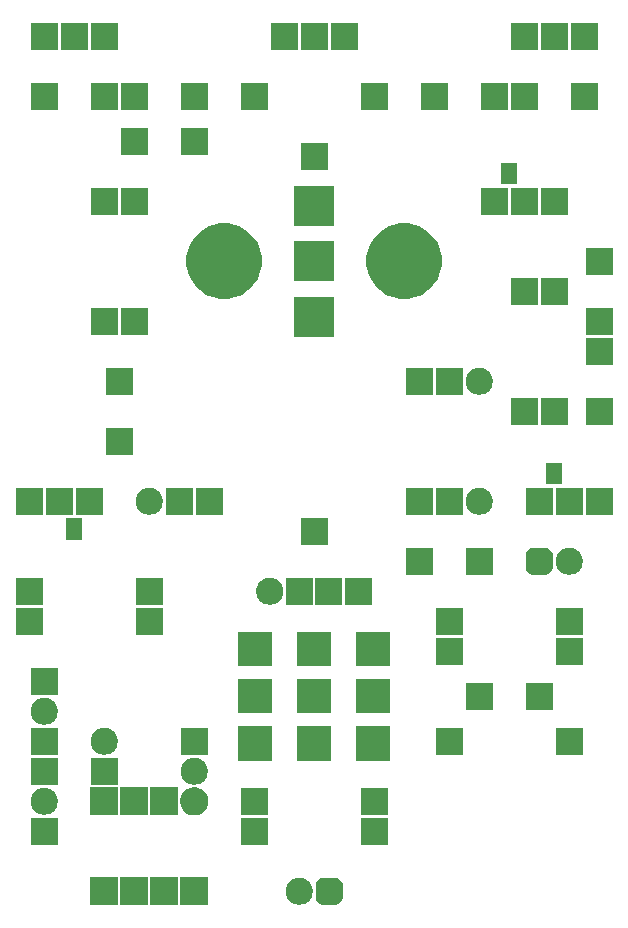
<source format=gbr>
G04 #@! TF.GenerationSoftware,KiCad,Pcbnew,5.1.6-c6e7f7d~87~ubuntu19.10.1*
G04 #@! TF.CreationDate,2022-01-09T06:01:27+06:00*
G04 #@! TF.ProjectId,edamamer_r1a,6564616d-616d-4657-925f-7231612e6b69,1A*
G04 #@! TF.SameCoordinates,Original*
G04 #@! TF.FileFunction,Soldermask,Top*
G04 #@! TF.FilePolarity,Negative*
%FSLAX46Y46*%
G04 Gerber Fmt 4.6, Leading zero omitted, Abs format (unit mm)*
G04 Created by KiCad (PCBNEW 5.1.6-c6e7f7d~87~ubuntu19.10.1) date 2022-01-09 06:01:27*
%MOMM*%
%LPD*%
G01*
G04 APERTURE LIST*
%ADD10C,0.100000*%
G04 APERTURE END LIST*
D10*
G36*
X96450000Y-201860000D02*
G01*
X94050000Y-201860000D01*
X94050000Y-199460000D01*
X96450000Y-199460000D01*
X96450000Y-201860000D01*
G37*
G36*
X93910000Y-201860000D02*
G01*
X91510000Y-201860000D01*
X91510000Y-199460000D01*
X93910000Y-199460000D01*
X93910000Y-201860000D01*
G37*
G36*
X91370000Y-201860000D02*
G01*
X88970000Y-201860000D01*
X88970000Y-199460000D01*
X91370000Y-199460000D01*
X91370000Y-201860000D01*
G37*
G36*
X88830000Y-201860000D02*
G01*
X86430000Y-201860000D01*
X86430000Y-199460000D01*
X88830000Y-199460000D01*
X88830000Y-201860000D01*
G37*
G36*
X107290663Y-199523111D02*
G01*
X107416307Y-199561225D01*
X107532096Y-199623115D01*
X107633590Y-199706410D01*
X107716885Y-199807904D01*
X107778775Y-199923693D01*
X107816889Y-200049337D01*
X107830000Y-200182454D01*
X107830000Y-201137546D01*
X107816889Y-201270663D01*
X107778775Y-201396307D01*
X107716885Y-201512096D01*
X107633590Y-201613590D01*
X107532096Y-201696885D01*
X107416307Y-201758775D01*
X107290663Y-201796889D01*
X107157546Y-201810000D01*
X106202454Y-201810000D01*
X106069337Y-201796889D01*
X105943693Y-201758775D01*
X105827904Y-201696885D01*
X105726410Y-201613590D01*
X105643115Y-201512096D01*
X105581225Y-201396307D01*
X105543111Y-201270663D01*
X105530000Y-201137546D01*
X105530000Y-200182454D01*
X105543111Y-200049337D01*
X105581225Y-199923693D01*
X105643115Y-199807904D01*
X105726410Y-199706410D01*
X105827904Y-199623115D01*
X105943693Y-199561225D01*
X106069337Y-199523111D01*
X106202454Y-199510000D01*
X107157546Y-199510000D01*
X107290663Y-199523111D01*
G37*
G36*
X104364354Y-199532097D02*
G01*
X104475443Y-199554194D01*
X104598039Y-199604976D01*
X104684728Y-199640883D01*
X104873081Y-199766736D01*
X105033264Y-199926919D01*
X105159117Y-200115272D01*
X105194212Y-200200000D01*
X105245806Y-200324557D01*
X105290000Y-200546735D01*
X105290000Y-200773265D01*
X105245806Y-200995443D01*
X105195024Y-201118039D01*
X105159117Y-201204728D01*
X105033264Y-201393081D01*
X104873081Y-201553264D01*
X104684728Y-201679117D01*
X104598039Y-201715024D01*
X104475443Y-201765806D01*
X104364354Y-201787903D01*
X104253267Y-201810000D01*
X104026733Y-201810000D01*
X103915646Y-201787903D01*
X103804557Y-201765806D01*
X103681961Y-201715024D01*
X103595272Y-201679117D01*
X103406919Y-201553264D01*
X103246736Y-201393081D01*
X103120883Y-201204728D01*
X103084976Y-201118039D01*
X103034194Y-200995443D01*
X102990000Y-200773265D01*
X102990000Y-200546735D01*
X103034194Y-200324557D01*
X103085788Y-200200000D01*
X103120883Y-200115272D01*
X103246736Y-199926919D01*
X103406919Y-199766736D01*
X103595272Y-199640883D01*
X103681961Y-199604976D01*
X103804557Y-199554194D01*
X103915646Y-199532097D01*
X104026733Y-199510000D01*
X104253267Y-199510000D01*
X104364354Y-199532097D01*
G37*
G36*
X101480000Y-196730000D02*
G01*
X99180000Y-196730000D01*
X99180000Y-194430000D01*
X101480000Y-194430000D01*
X101480000Y-196730000D01*
G37*
G36*
X83700000Y-196730000D02*
G01*
X81400000Y-196730000D01*
X81400000Y-194430000D01*
X83700000Y-194430000D01*
X83700000Y-196730000D01*
G37*
G36*
X111640000Y-196730000D02*
G01*
X109340000Y-196730000D01*
X109340000Y-194430000D01*
X111640000Y-194430000D01*
X111640000Y-196730000D01*
G37*
G36*
X93910000Y-194240000D02*
G01*
X91510000Y-194240000D01*
X91510000Y-191840000D01*
X93910000Y-191840000D01*
X93910000Y-194240000D01*
G37*
G36*
X91370000Y-194240000D02*
G01*
X88970000Y-194240000D01*
X88970000Y-191840000D01*
X91370000Y-191840000D01*
X91370000Y-194240000D01*
G37*
G36*
X88830000Y-194240000D02*
G01*
X86430000Y-194240000D01*
X86430000Y-191840000D01*
X88830000Y-191840000D01*
X88830000Y-194240000D01*
G37*
G36*
X95600025Y-191886115D02*
G01*
X95818411Y-191976573D01*
X95818413Y-191976574D01*
X96014955Y-192107899D01*
X96182101Y-192275045D01*
X96203398Y-192306919D01*
X96313426Y-192471587D01*
X96403885Y-192689975D01*
X96450000Y-192921809D01*
X96450000Y-193158190D01*
X96403885Y-193390025D01*
X96403884Y-193390027D01*
X96313426Y-193608413D01*
X96182101Y-193804955D01*
X96014955Y-193972101D01*
X95818413Y-194103426D01*
X95818412Y-194103427D01*
X95818411Y-194103427D01*
X95600025Y-194193885D01*
X95368191Y-194240000D01*
X95131809Y-194240000D01*
X94899975Y-194193885D01*
X94681589Y-194103427D01*
X94681588Y-194103427D01*
X94681587Y-194103426D01*
X94485045Y-193972101D01*
X94317899Y-193804955D01*
X94186574Y-193608413D01*
X94096116Y-193390027D01*
X94096115Y-193390025D01*
X94050000Y-193158190D01*
X94050000Y-192921809D01*
X94096115Y-192689975D01*
X94186574Y-192471587D01*
X94296602Y-192306919D01*
X94317899Y-192275045D01*
X94485045Y-192107899D01*
X94681587Y-191976574D01*
X94681589Y-191976573D01*
X94899975Y-191886115D01*
X95131809Y-191840000D01*
X95368191Y-191840000D01*
X95600025Y-191886115D01*
G37*
G36*
X111640000Y-194190000D02*
G01*
X109340000Y-194190000D01*
X109340000Y-191890000D01*
X111640000Y-191890000D01*
X111640000Y-194190000D01*
G37*
G36*
X101480000Y-194190000D02*
G01*
X99180000Y-194190000D01*
X99180000Y-191890000D01*
X101480000Y-191890000D01*
X101480000Y-194190000D01*
G37*
G36*
X82774354Y-191912097D02*
G01*
X82885443Y-191934194D01*
X82987754Y-191976573D01*
X83094728Y-192020883D01*
X83283081Y-192146736D01*
X83443264Y-192306919D01*
X83569117Y-192495272D01*
X83605024Y-192581961D01*
X83655806Y-192704557D01*
X83655806Y-192704559D01*
X83700000Y-192926733D01*
X83700000Y-193153267D01*
X83677903Y-193264354D01*
X83655806Y-193375443D01*
X83605024Y-193498039D01*
X83569117Y-193584728D01*
X83443264Y-193773081D01*
X83283081Y-193933264D01*
X83094728Y-194059117D01*
X83008039Y-194095024D01*
X82885443Y-194145806D01*
X82774354Y-194167903D01*
X82663267Y-194190000D01*
X82436733Y-194190000D01*
X82325646Y-194167903D01*
X82214557Y-194145806D01*
X82091961Y-194095024D01*
X82005272Y-194059117D01*
X81816919Y-193933264D01*
X81656736Y-193773081D01*
X81530883Y-193584728D01*
X81494976Y-193498039D01*
X81444194Y-193375443D01*
X81422097Y-193264354D01*
X81400000Y-193153267D01*
X81400000Y-192926733D01*
X81444194Y-192704559D01*
X81444194Y-192704557D01*
X81494976Y-192581961D01*
X81530883Y-192495272D01*
X81656736Y-192306919D01*
X81816919Y-192146736D01*
X82005272Y-192020883D01*
X82112246Y-191976573D01*
X82214557Y-191934194D01*
X82325646Y-191912097D01*
X82436733Y-191890000D01*
X82663267Y-191890000D01*
X82774354Y-191912097D01*
G37*
G36*
X88780000Y-191650000D02*
G01*
X86480000Y-191650000D01*
X86480000Y-189350000D01*
X88780000Y-189350000D01*
X88780000Y-191650000D01*
G37*
G36*
X95474354Y-189372097D02*
G01*
X95585443Y-189394194D01*
X95708039Y-189444976D01*
X95794728Y-189480883D01*
X95983081Y-189606736D01*
X96143264Y-189766919D01*
X96269117Y-189955272D01*
X96305024Y-190041961D01*
X96355806Y-190164557D01*
X96400000Y-190386735D01*
X96400000Y-190613265D01*
X96355806Y-190835443D01*
X96305024Y-190958039D01*
X96269117Y-191044728D01*
X96143264Y-191233081D01*
X95983081Y-191393264D01*
X95794728Y-191519117D01*
X95708039Y-191555024D01*
X95585443Y-191605806D01*
X95474354Y-191627903D01*
X95363267Y-191650000D01*
X95136733Y-191650000D01*
X95025646Y-191627903D01*
X94914557Y-191605806D01*
X94791961Y-191555024D01*
X94705272Y-191519117D01*
X94516919Y-191393264D01*
X94356736Y-191233081D01*
X94230883Y-191044728D01*
X94194976Y-190958039D01*
X94144194Y-190835443D01*
X94100000Y-190613265D01*
X94100000Y-190386735D01*
X94144194Y-190164557D01*
X94194976Y-190041961D01*
X94230883Y-189955272D01*
X94356736Y-189766919D01*
X94516919Y-189606736D01*
X94705272Y-189480883D01*
X94791961Y-189444976D01*
X94914557Y-189394194D01*
X95025646Y-189372097D01*
X95136733Y-189350000D01*
X95363267Y-189350000D01*
X95474354Y-189372097D01*
G37*
G36*
X83700000Y-191650000D02*
G01*
X81400000Y-191650000D01*
X81400000Y-189350000D01*
X83700000Y-189350000D01*
X83700000Y-191650000D01*
G37*
G36*
X111860000Y-189600000D02*
G01*
X108960000Y-189600000D01*
X108960000Y-186700000D01*
X111860000Y-186700000D01*
X111860000Y-189600000D01*
G37*
G36*
X106860000Y-189600000D02*
G01*
X103960000Y-189600000D01*
X103960000Y-186700000D01*
X106860000Y-186700000D01*
X106860000Y-189600000D01*
G37*
G36*
X101860000Y-189600000D02*
G01*
X98960000Y-189600000D01*
X98960000Y-186700000D01*
X101860000Y-186700000D01*
X101860000Y-189600000D01*
G37*
G36*
X128150000Y-189110000D02*
G01*
X125850000Y-189110000D01*
X125850000Y-186810000D01*
X128150000Y-186810000D01*
X128150000Y-189110000D01*
G37*
G36*
X96400000Y-189110000D02*
G01*
X94100000Y-189110000D01*
X94100000Y-186810000D01*
X96400000Y-186810000D01*
X96400000Y-189110000D01*
G37*
G36*
X87854354Y-186832097D02*
G01*
X87965443Y-186854194D01*
X88088039Y-186904976D01*
X88174728Y-186940883D01*
X88363081Y-187066736D01*
X88523264Y-187226919D01*
X88649117Y-187415272D01*
X88685024Y-187501961D01*
X88735806Y-187624557D01*
X88780000Y-187846735D01*
X88780000Y-188073265D01*
X88735806Y-188295443D01*
X88685024Y-188418039D01*
X88649117Y-188504728D01*
X88523264Y-188693081D01*
X88363081Y-188853264D01*
X88174728Y-188979117D01*
X88088039Y-189015024D01*
X87965443Y-189065806D01*
X87854354Y-189087903D01*
X87743267Y-189110000D01*
X87516733Y-189110000D01*
X87405646Y-189087903D01*
X87294557Y-189065806D01*
X87171961Y-189015024D01*
X87085272Y-188979117D01*
X86896919Y-188853264D01*
X86736736Y-188693081D01*
X86610883Y-188504728D01*
X86574976Y-188418039D01*
X86524194Y-188295443D01*
X86480000Y-188073265D01*
X86480000Y-187846735D01*
X86524194Y-187624557D01*
X86574976Y-187501961D01*
X86610883Y-187415272D01*
X86736736Y-187226919D01*
X86896919Y-187066736D01*
X87085272Y-186940883D01*
X87171961Y-186904976D01*
X87294557Y-186854194D01*
X87405646Y-186832097D01*
X87516733Y-186810000D01*
X87743267Y-186810000D01*
X87854354Y-186832097D01*
G37*
G36*
X117990000Y-189110000D02*
G01*
X115690000Y-189110000D01*
X115690000Y-186810000D01*
X117990000Y-186810000D01*
X117990000Y-189110000D01*
G37*
G36*
X83700000Y-189110000D02*
G01*
X81400000Y-189110000D01*
X81400000Y-186810000D01*
X83700000Y-186810000D01*
X83700000Y-189110000D01*
G37*
G36*
X82774354Y-184292097D02*
G01*
X82885443Y-184314194D01*
X83008039Y-184364976D01*
X83094728Y-184400883D01*
X83283081Y-184526736D01*
X83443264Y-184686919D01*
X83569117Y-184875272D01*
X83605024Y-184961961D01*
X83655806Y-185084557D01*
X83655806Y-185084559D01*
X83698661Y-185300000D01*
X83700000Y-185306735D01*
X83700000Y-185533265D01*
X83655806Y-185755443D01*
X83605024Y-185878039D01*
X83569117Y-185964728D01*
X83443264Y-186153081D01*
X83283081Y-186313264D01*
X83094728Y-186439117D01*
X83008039Y-186475024D01*
X82885443Y-186525806D01*
X82774354Y-186547903D01*
X82663267Y-186570000D01*
X82436733Y-186570000D01*
X82325646Y-186547903D01*
X82214557Y-186525806D01*
X82091961Y-186475024D01*
X82005272Y-186439117D01*
X81816919Y-186313264D01*
X81656736Y-186153081D01*
X81530883Y-185964728D01*
X81494976Y-185878039D01*
X81444194Y-185755443D01*
X81400000Y-185533265D01*
X81400000Y-185306735D01*
X81401340Y-185300000D01*
X81444194Y-185084559D01*
X81444194Y-185084557D01*
X81494976Y-184961961D01*
X81530883Y-184875272D01*
X81656736Y-184686919D01*
X81816919Y-184526736D01*
X82005272Y-184400883D01*
X82091961Y-184364976D01*
X82214557Y-184314194D01*
X82325646Y-184292097D01*
X82436733Y-184270000D01*
X82663267Y-184270000D01*
X82774354Y-184292097D01*
G37*
G36*
X111860000Y-185600000D02*
G01*
X108960000Y-185600000D01*
X108960000Y-182700000D01*
X111860000Y-182700000D01*
X111860000Y-185600000D01*
G37*
G36*
X106860000Y-185600000D02*
G01*
X103960000Y-185600000D01*
X103960000Y-182700000D01*
X106860000Y-182700000D01*
X106860000Y-185600000D01*
G37*
G36*
X101860000Y-185600000D02*
G01*
X98960000Y-185600000D01*
X98960000Y-182700000D01*
X101860000Y-182700000D01*
X101860000Y-185600000D01*
G37*
G36*
X120530000Y-185300000D02*
G01*
X118230000Y-185300000D01*
X118230000Y-183000000D01*
X120530000Y-183000000D01*
X120530000Y-185300000D01*
G37*
G36*
X125610000Y-185300000D02*
G01*
X123310000Y-185300000D01*
X123310000Y-183000000D01*
X125610000Y-183000000D01*
X125610000Y-185300000D01*
G37*
G36*
X83700000Y-184030000D02*
G01*
X81400000Y-184030000D01*
X81400000Y-181730000D01*
X83700000Y-181730000D01*
X83700000Y-184030000D01*
G37*
G36*
X101860000Y-181600000D02*
G01*
X98960000Y-181600000D01*
X98960000Y-178700000D01*
X101860000Y-178700000D01*
X101860000Y-181600000D01*
G37*
G36*
X111860000Y-181600000D02*
G01*
X108960000Y-181600000D01*
X108960000Y-178700000D01*
X111860000Y-178700000D01*
X111860000Y-181600000D01*
G37*
G36*
X106860000Y-181600000D02*
G01*
X103960000Y-181600000D01*
X103960000Y-178700000D01*
X106860000Y-178700000D01*
X106860000Y-181600000D01*
G37*
G36*
X128150000Y-181490000D02*
G01*
X125850000Y-181490000D01*
X125850000Y-179190000D01*
X128150000Y-179190000D01*
X128150000Y-181490000D01*
G37*
G36*
X117990000Y-181490000D02*
G01*
X115690000Y-181490000D01*
X115690000Y-179190000D01*
X117990000Y-179190000D01*
X117990000Y-181490000D01*
G37*
G36*
X82430000Y-178950000D02*
G01*
X80130000Y-178950000D01*
X80130000Y-176650000D01*
X82430000Y-176650000D01*
X82430000Y-178950000D01*
G37*
G36*
X92590000Y-178950000D02*
G01*
X90290000Y-178950000D01*
X90290000Y-176650000D01*
X92590000Y-176650000D01*
X92590000Y-178950000D01*
G37*
G36*
X128150000Y-178950000D02*
G01*
X125850000Y-178950000D01*
X125850000Y-176650000D01*
X128150000Y-176650000D01*
X128150000Y-178950000D01*
G37*
G36*
X117990000Y-178950000D02*
G01*
X115690000Y-178950000D01*
X115690000Y-176650000D01*
X117990000Y-176650000D01*
X117990000Y-178950000D01*
G37*
G36*
X82430000Y-176410000D02*
G01*
X80130000Y-176410000D01*
X80130000Y-174110000D01*
X82430000Y-174110000D01*
X82430000Y-176410000D01*
G37*
G36*
X107810000Y-176410000D02*
G01*
X105510000Y-176410000D01*
X105510000Y-174110000D01*
X107810000Y-174110000D01*
X107810000Y-176410000D01*
G37*
G36*
X105310000Y-176410000D02*
G01*
X103010000Y-176410000D01*
X103010000Y-174110000D01*
X105310000Y-174110000D01*
X105310000Y-176410000D01*
G37*
G36*
X101884354Y-174132097D02*
G01*
X101995443Y-174154194D01*
X102118039Y-174204976D01*
X102204728Y-174240883D01*
X102393081Y-174366736D01*
X102553264Y-174526919D01*
X102679117Y-174715272D01*
X102715024Y-174801961D01*
X102765806Y-174924557D01*
X102810000Y-175146735D01*
X102810000Y-175373265D01*
X102765806Y-175595443D01*
X102715024Y-175718039D01*
X102679117Y-175804728D01*
X102553264Y-175993081D01*
X102393081Y-176153264D01*
X102204728Y-176279117D01*
X102118039Y-176315024D01*
X101995443Y-176365806D01*
X101884354Y-176387903D01*
X101773267Y-176410000D01*
X101546733Y-176410000D01*
X101435646Y-176387903D01*
X101324557Y-176365806D01*
X101201961Y-176315024D01*
X101115272Y-176279117D01*
X100926919Y-176153264D01*
X100766736Y-175993081D01*
X100640883Y-175804728D01*
X100604976Y-175718039D01*
X100554194Y-175595443D01*
X100510000Y-175373265D01*
X100510000Y-175146735D01*
X100554194Y-174924557D01*
X100604976Y-174801961D01*
X100640883Y-174715272D01*
X100766736Y-174526919D01*
X100926919Y-174366736D01*
X101115272Y-174240883D01*
X101201961Y-174204976D01*
X101324557Y-174154194D01*
X101435646Y-174132097D01*
X101546733Y-174110000D01*
X101773267Y-174110000D01*
X101884354Y-174132097D01*
G37*
G36*
X92590000Y-176410000D02*
G01*
X90290000Y-176410000D01*
X90290000Y-174110000D01*
X92590000Y-174110000D01*
X92590000Y-176410000D01*
G37*
G36*
X110310000Y-176410000D02*
G01*
X108010000Y-176410000D01*
X108010000Y-174110000D01*
X110310000Y-174110000D01*
X110310000Y-176410000D01*
G37*
G36*
X120530000Y-173870000D02*
G01*
X118230000Y-173870000D01*
X118230000Y-171570000D01*
X120530000Y-171570000D01*
X120530000Y-173870000D01*
G37*
G36*
X115450000Y-173870000D02*
G01*
X113150000Y-173870000D01*
X113150000Y-171570000D01*
X115450000Y-171570000D01*
X115450000Y-173870000D01*
G37*
G36*
X127224354Y-171592097D02*
G01*
X127335443Y-171614194D01*
X127458039Y-171664976D01*
X127544728Y-171700883D01*
X127733081Y-171826736D01*
X127893264Y-171986919D01*
X128019117Y-172175272D01*
X128054212Y-172260000D01*
X128105806Y-172384557D01*
X128150000Y-172606735D01*
X128150000Y-172833265D01*
X128105806Y-173055443D01*
X128055024Y-173178039D01*
X128019117Y-173264728D01*
X127893264Y-173453081D01*
X127733081Y-173613264D01*
X127544728Y-173739117D01*
X127458039Y-173775024D01*
X127335443Y-173825806D01*
X127224354Y-173847903D01*
X127113267Y-173870000D01*
X126886733Y-173870000D01*
X126775646Y-173847903D01*
X126664557Y-173825806D01*
X126541961Y-173775024D01*
X126455272Y-173739117D01*
X126266919Y-173613264D01*
X126106736Y-173453081D01*
X125980883Y-173264728D01*
X125944976Y-173178039D01*
X125894194Y-173055443D01*
X125850000Y-172833265D01*
X125850000Y-172606735D01*
X125894194Y-172384557D01*
X125945788Y-172260000D01*
X125980883Y-172175272D01*
X126106736Y-171986919D01*
X126266919Y-171826736D01*
X126455272Y-171700883D01*
X126541961Y-171664976D01*
X126664557Y-171614194D01*
X126775646Y-171592097D01*
X126886733Y-171570000D01*
X127113267Y-171570000D01*
X127224354Y-171592097D01*
G37*
G36*
X125070663Y-171583111D02*
G01*
X125196307Y-171621225D01*
X125312096Y-171683115D01*
X125413590Y-171766410D01*
X125496885Y-171867904D01*
X125558775Y-171983693D01*
X125596889Y-172109337D01*
X125610000Y-172242454D01*
X125610000Y-173197546D01*
X125596889Y-173330663D01*
X125558775Y-173456307D01*
X125496885Y-173572096D01*
X125413590Y-173673590D01*
X125312096Y-173756885D01*
X125196307Y-173818775D01*
X125070663Y-173856889D01*
X124937546Y-173870000D01*
X123982454Y-173870000D01*
X123849337Y-173856889D01*
X123723693Y-173818775D01*
X123607904Y-173756885D01*
X123506410Y-173673590D01*
X123423115Y-173572096D01*
X123361225Y-173456307D01*
X123323111Y-173330663D01*
X123310000Y-173197546D01*
X123310000Y-172242454D01*
X123323111Y-172109337D01*
X123361225Y-171983693D01*
X123423115Y-171867904D01*
X123506410Y-171766410D01*
X123607904Y-171683115D01*
X123723693Y-171621225D01*
X123849337Y-171583111D01*
X123982454Y-171570000D01*
X124937546Y-171570000D01*
X125070663Y-171583111D01*
G37*
G36*
X106560000Y-171330000D02*
G01*
X104260000Y-171330000D01*
X104260000Y-169030000D01*
X106560000Y-169030000D01*
X106560000Y-171330000D01*
G37*
G36*
X85790000Y-170910000D02*
G01*
X84390000Y-170910000D01*
X84390000Y-169110000D01*
X85790000Y-169110000D01*
X85790000Y-170910000D01*
G37*
G36*
X97670000Y-168790000D02*
G01*
X95370000Y-168790000D01*
X95370000Y-166490000D01*
X97670000Y-166490000D01*
X97670000Y-168790000D01*
G37*
G36*
X95130000Y-168790000D02*
G01*
X92830000Y-168790000D01*
X92830000Y-166490000D01*
X95130000Y-166490000D01*
X95130000Y-168790000D01*
G37*
G36*
X119604354Y-166512097D02*
G01*
X119715443Y-166534194D01*
X119838039Y-166584976D01*
X119924728Y-166620883D01*
X120113081Y-166746736D01*
X120273264Y-166906919D01*
X120399117Y-167095272D01*
X120435024Y-167181961D01*
X120485806Y-167304557D01*
X120530000Y-167526735D01*
X120530000Y-167753265D01*
X120485806Y-167975443D01*
X120435024Y-168098039D01*
X120399117Y-168184728D01*
X120273264Y-168373081D01*
X120113081Y-168533264D01*
X119924728Y-168659117D01*
X119838039Y-168695024D01*
X119715443Y-168745806D01*
X119604354Y-168767903D01*
X119493267Y-168790000D01*
X119266733Y-168790000D01*
X119155646Y-168767903D01*
X119044557Y-168745806D01*
X118921961Y-168695024D01*
X118835272Y-168659117D01*
X118646919Y-168533264D01*
X118486736Y-168373081D01*
X118360883Y-168184728D01*
X118324976Y-168098039D01*
X118274194Y-167975443D01*
X118230000Y-167753265D01*
X118230000Y-167526735D01*
X118274194Y-167304557D01*
X118324976Y-167181961D01*
X118360883Y-167095272D01*
X118486736Y-166906919D01*
X118646919Y-166746736D01*
X118835272Y-166620883D01*
X118921961Y-166584976D01*
X119044557Y-166534194D01*
X119155646Y-166512097D01*
X119266733Y-166490000D01*
X119493267Y-166490000D01*
X119604354Y-166512097D01*
G37*
G36*
X117990000Y-168790000D02*
G01*
X115690000Y-168790000D01*
X115690000Y-166490000D01*
X117990000Y-166490000D01*
X117990000Y-168790000D01*
G37*
G36*
X115450000Y-168790000D02*
G01*
X113150000Y-168790000D01*
X113150000Y-166490000D01*
X115450000Y-166490000D01*
X115450000Y-168790000D01*
G37*
G36*
X82430000Y-168790000D02*
G01*
X80130000Y-168790000D01*
X80130000Y-166490000D01*
X82430000Y-166490000D01*
X82430000Y-168790000D01*
G37*
G36*
X125610000Y-168790000D02*
G01*
X123310000Y-168790000D01*
X123310000Y-166490000D01*
X125610000Y-166490000D01*
X125610000Y-168790000D01*
G37*
G36*
X130690000Y-168790000D02*
G01*
X128390000Y-168790000D01*
X128390000Y-166490000D01*
X130690000Y-166490000D01*
X130690000Y-168790000D01*
G37*
G36*
X84970000Y-168790000D02*
G01*
X82670000Y-168790000D01*
X82670000Y-166490000D01*
X84970000Y-166490000D01*
X84970000Y-168790000D01*
G37*
G36*
X87510000Y-168790000D02*
G01*
X85210000Y-168790000D01*
X85210000Y-166490000D01*
X87510000Y-166490000D01*
X87510000Y-168790000D01*
G37*
G36*
X128150000Y-168790000D02*
G01*
X125850000Y-168790000D01*
X125850000Y-166490000D01*
X128150000Y-166490000D01*
X128150000Y-168790000D01*
G37*
G36*
X91664354Y-166512097D02*
G01*
X91775443Y-166534194D01*
X91898039Y-166584976D01*
X91984728Y-166620883D01*
X92173081Y-166746736D01*
X92333264Y-166906919D01*
X92459117Y-167095272D01*
X92495024Y-167181961D01*
X92545806Y-167304557D01*
X92590000Y-167526735D01*
X92590000Y-167753265D01*
X92545806Y-167975443D01*
X92495024Y-168098039D01*
X92459117Y-168184728D01*
X92333264Y-168373081D01*
X92173081Y-168533264D01*
X91984728Y-168659117D01*
X91898039Y-168695024D01*
X91775443Y-168745806D01*
X91664354Y-168767903D01*
X91553267Y-168790000D01*
X91326733Y-168790000D01*
X91215646Y-168767903D01*
X91104557Y-168745806D01*
X90981961Y-168695024D01*
X90895272Y-168659117D01*
X90706919Y-168533264D01*
X90546736Y-168373081D01*
X90420883Y-168184728D01*
X90384976Y-168098039D01*
X90334194Y-167975443D01*
X90290000Y-167753265D01*
X90290000Y-167526735D01*
X90334194Y-167304557D01*
X90384976Y-167181961D01*
X90420883Y-167095272D01*
X90546736Y-166906919D01*
X90706919Y-166746736D01*
X90895272Y-166620883D01*
X90981961Y-166584976D01*
X91104557Y-166534194D01*
X91215646Y-166512097D01*
X91326733Y-166490000D01*
X91553267Y-166490000D01*
X91664354Y-166512097D01*
G37*
G36*
X126430000Y-166170000D02*
G01*
X125030000Y-166170000D01*
X125030000Y-164370000D01*
X126430000Y-164370000D01*
X126430000Y-166170000D01*
G37*
G36*
X90050000Y-163710000D02*
G01*
X87750000Y-163710000D01*
X87750000Y-161410000D01*
X90050000Y-161410000D01*
X90050000Y-163710000D01*
G37*
G36*
X130690000Y-161170000D02*
G01*
X128390000Y-161170000D01*
X128390000Y-158870000D01*
X130690000Y-158870000D01*
X130690000Y-161170000D01*
G37*
G36*
X126880000Y-161170000D02*
G01*
X124580000Y-161170000D01*
X124580000Y-158870000D01*
X126880000Y-158870000D01*
X126880000Y-161170000D01*
G37*
G36*
X124340000Y-161170000D02*
G01*
X122040000Y-161170000D01*
X122040000Y-158870000D01*
X124340000Y-158870000D01*
X124340000Y-161170000D01*
G37*
G36*
X90050000Y-158630000D02*
G01*
X87750000Y-158630000D01*
X87750000Y-156330000D01*
X90050000Y-156330000D01*
X90050000Y-158630000D01*
G37*
G36*
X115450000Y-158630000D02*
G01*
X113150000Y-158630000D01*
X113150000Y-156330000D01*
X115450000Y-156330000D01*
X115450000Y-158630000D01*
G37*
G36*
X117990000Y-158630000D02*
G01*
X115690000Y-158630000D01*
X115690000Y-156330000D01*
X117990000Y-156330000D01*
X117990000Y-158630000D01*
G37*
G36*
X119604354Y-156352097D02*
G01*
X119715443Y-156374194D01*
X119838039Y-156424976D01*
X119924728Y-156460883D01*
X120113081Y-156586736D01*
X120273264Y-156746919D01*
X120399117Y-156935272D01*
X120435024Y-157021961D01*
X120485806Y-157144557D01*
X120530000Y-157366735D01*
X120530000Y-157593265D01*
X120485806Y-157815443D01*
X120435024Y-157938039D01*
X120399117Y-158024728D01*
X120273264Y-158213081D01*
X120113081Y-158373264D01*
X119924728Y-158499117D01*
X119838039Y-158535024D01*
X119715443Y-158585806D01*
X119604354Y-158607903D01*
X119493267Y-158630000D01*
X119266733Y-158630000D01*
X119155646Y-158607903D01*
X119044557Y-158585806D01*
X118921961Y-158535024D01*
X118835272Y-158499117D01*
X118646919Y-158373264D01*
X118486736Y-158213081D01*
X118360883Y-158024728D01*
X118324976Y-157938039D01*
X118274194Y-157815443D01*
X118230000Y-157593265D01*
X118230000Y-157366735D01*
X118274194Y-157144557D01*
X118324976Y-157021961D01*
X118360883Y-156935272D01*
X118486736Y-156746919D01*
X118646919Y-156586736D01*
X118835272Y-156460883D01*
X118921961Y-156424976D01*
X119044557Y-156374194D01*
X119155646Y-156352097D01*
X119266733Y-156330000D01*
X119493267Y-156330000D01*
X119604354Y-156352097D01*
G37*
G36*
X130690000Y-156090000D02*
G01*
X128390000Y-156090000D01*
X128390000Y-153790000D01*
X130690000Y-153790000D01*
X130690000Y-156090000D01*
G37*
G36*
X107110000Y-153720000D02*
G01*
X103710000Y-153720000D01*
X103710000Y-150320000D01*
X107110000Y-150320000D01*
X107110000Y-153720000D01*
G37*
G36*
X91320000Y-153550000D02*
G01*
X89020000Y-153550000D01*
X89020000Y-151250000D01*
X91320000Y-151250000D01*
X91320000Y-153550000D01*
G37*
G36*
X130690000Y-153550000D02*
G01*
X128390000Y-153550000D01*
X128390000Y-151250000D01*
X130690000Y-151250000D01*
X130690000Y-153550000D01*
G37*
G36*
X88780000Y-153550000D02*
G01*
X86480000Y-153550000D01*
X86480000Y-151250000D01*
X88780000Y-151250000D01*
X88780000Y-153550000D01*
G37*
G36*
X126880000Y-151010000D02*
G01*
X124580000Y-151010000D01*
X124580000Y-148710000D01*
X126880000Y-148710000D01*
X126880000Y-151010000D01*
G37*
G36*
X124340000Y-151010000D02*
G01*
X122040000Y-151010000D01*
X122040000Y-148710000D01*
X124340000Y-148710000D01*
X124340000Y-151010000D01*
G37*
G36*
X113963404Y-144242974D02*
G01*
X114304545Y-144384279D01*
X114545768Y-144484197D01*
X115069881Y-144834398D01*
X115515602Y-145280119D01*
X115865803Y-145804232D01*
X115865803Y-145804233D01*
X116107026Y-146386596D01*
X116230000Y-147004826D01*
X116230000Y-147635174D01*
X116107026Y-148253404D01*
X116017309Y-148470000D01*
X115865803Y-148835768D01*
X115515602Y-149359881D01*
X115069881Y-149805602D01*
X114545768Y-150155803D01*
X114304545Y-150255721D01*
X113963404Y-150397026D01*
X113345174Y-150520000D01*
X112714826Y-150520000D01*
X112096596Y-150397026D01*
X111755455Y-150255721D01*
X111514232Y-150155803D01*
X110990119Y-149805602D01*
X110544398Y-149359881D01*
X110194197Y-148835768D01*
X110042691Y-148470000D01*
X109952974Y-148253404D01*
X109830000Y-147635174D01*
X109830000Y-147004826D01*
X109952974Y-146386596D01*
X110194197Y-145804233D01*
X110194197Y-145804232D01*
X110544398Y-145280119D01*
X110990119Y-144834398D01*
X111514232Y-144484197D01*
X111755455Y-144384279D01*
X112096596Y-144242974D01*
X112714826Y-144120000D01*
X113345174Y-144120000D01*
X113963404Y-144242974D01*
G37*
G36*
X98723404Y-144242974D02*
G01*
X99064545Y-144384279D01*
X99305768Y-144484197D01*
X99829881Y-144834398D01*
X100275602Y-145280119D01*
X100625803Y-145804232D01*
X100625803Y-145804233D01*
X100867026Y-146386596D01*
X100990000Y-147004826D01*
X100990000Y-147635174D01*
X100867026Y-148253404D01*
X100777309Y-148470000D01*
X100625803Y-148835768D01*
X100275602Y-149359881D01*
X99829881Y-149805602D01*
X99305768Y-150155803D01*
X99064545Y-150255721D01*
X98723404Y-150397026D01*
X98105174Y-150520000D01*
X97474826Y-150520000D01*
X96856596Y-150397026D01*
X96515455Y-150255721D01*
X96274232Y-150155803D01*
X95750119Y-149805602D01*
X95304398Y-149359881D01*
X94954197Y-148835768D01*
X94802691Y-148470000D01*
X94712974Y-148253404D01*
X94590000Y-147635174D01*
X94590000Y-147004826D01*
X94712974Y-146386596D01*
X94954197Y-145804233D01*
X94954197Y-145804232D01*
X95304398Y-145280119D01*
X95750119Y-144834398D01*
X96274232Y-144484197D01*
X96515455Y-144384279D01*
X96856596Y-144242974D01*
X97474826Y-144120000D01*
X98105174Y-144120000D01*
X98723404Y-144242974D01*
G37*
G36*
X107110000Y-149020000D02*
G01*
X103710000Y-149020000D01*
X103710000Y-145620000D01*
X107110000Y-145620000D01*
X107110000Y-149020000D01*
G37*
G36*
X130690000Y-148470000D02*
G01*
X128390000Y-148470000D01*
X128390000Y-146170000D01*
X130690000Y-146170000D01*
X130690000Y-148470000D01*
G37*
G36*
X107110000Y-144320000D02*
G01*
X103710000Y-144320000D01*
X103710000Y-140920000D01*
X107110000Y-140920000D01*
X107110000Y-144320000D01*
G37*
G36*
X126880000Y-143390000D02*
G01*
X124580000Y-143390000D01*
X124580000Y-141090000D01*
X126880000Y-141090000D01*
X126880000Y-143390000D01*
G37*
G36*
X124340000Y-143390000D02*
G01*
X122040000Y-143390000D01*
X122040000Y-141090000D01*
X124340000Y-141090000D01*
X124340000Y-143390000D01*
G37*
G36*
X121800000Y-143390000D02*
G01*
X119500000Y-143390000D01*
X119500000Y-141090000D01*
X121800000Y-141090000D01*
X121800000Y-143390000D01*
G37*
G36*
X91320000Y-143390000D02*
G01*
X89020000Y-143390000D01*
X89020000Y-141090000D01*
X91320000Y-141090000D01*
X91320000Y-143390000D01*
G37*
G36*
X88780000Y-143390000D02*
G01*
X86480000Y-143390000D01*
X86480000Y-141090000D01*
X88780000Y-141090000D01*
X88780000Y-143390000D01*
G37*
G36*
X122620000Y-140770000D02*
G01*
X121220000Y-140770000D01*
X121220000Y-138970000D01*
X122620000Y-138970000D01*
X122620000Y-140770000D01*
G37*
G36*
X106560000Y-139580000D02*
G01*
X104260000Y-139580000D01*
X104260000Y-137280000D01*
X106560000Y-137280000D01*
X106560000Y-139580000D01*
G37*
G36*
X91320000Y-138310000D02*
G01*
X89020000Y-138310000D01*
X89020000Y-136010000D01*
X91320000Y-136010000D01*
X91320000Y-138310000D01*
G37*
G36*
X96400000Y-138310000D02*
G01*
X94100000Y-138310000D01*
X94100000Y-136010000D01*
X96400000Y-136010000D01*
X96400000Y-138310000D01*
G37*
G36*
X88780000Y-134500000D02*
G01*
X86480000Y-134500000D01*
X86480000Y-132200000D01*
X88780000Y-132200000D01*
X88780000Y-134500000D01*
G37*
G36*
X124340000Y-134500000D02*
G01*
X122040000Y-134500000D01*
X122040000Y-132200000D01*
X124340000Y-132200000D01*
X124340000Y-134500000D01*
G37*
G36*
X111640000Y-134500000D02*
G01*
X109340000Y-134500000D01*
X109340000Y-132200000D01*
X111640000Y-132200000D01*
X111640000Y-134500000D01*
G37*
G36*
X101480000Y-134500000D02*
G01*
X99180000Y-134500000D01*
X99180000Y-132200000D01*
X101480000Y-132200000D01*
X101480000Y-134500000D01*
G37*
G36*
X83700000Y-134500000D02*
G01*
X81400000Y-134500000D01*
X81400000Y-132200000D01*
X83700000Y-132200000D01*
X83700000Y-134500000D01*
G37*
G36*
X96400000Y-134500000D02*
G01*
X94100000Y-134500000D01*
X94100000Y-132200000D01*
X96400000Y-132200000D01*
X96400000Y-134500000D01*
G37*
G36*
X116720000Y-134500000D02*
G01*
X114420000Y-134500000D01*
X114420000Y-132200000D01*
X116720000Y-132200000D01*
X116720000Y-134500000D01*
G37*
G36*
X129420000Y-134500000D02*
G01*
X127120000Y-134500000D01*
X127120000Y-132200000D01*
X129420000Y-132200000D01*
X129420000Y-134500000D01*
G37*
G36*
X121800000Y-134500000D02*
G01*
X119500000Y-134500000D01*
X119500000Y-132200000D01*
X121800000Y-132200000D01*
X121800000Y-134500000D01*
G37*
G36*
X91320000Y-134500000D02*
G01*
X89020000Y-134500000D01*
X89020000Y-132200000D01*
X91320000Y-132200000D01*
X91320000Y-134500000D01*
G37*
G36*
X88780000Y-129420000D02*
G01*
X86480000Y-129420000D01*
X86480000Y-127120000D01*
X88780000Y-127120000D01*
X88780000Y-129420000D01*
G37*
G36*
X109100000Y-129420000D02*
G01*
X106800000Y-129420000D01*
X106800000Y-127120000D01*
X109100000Y-127120000D01*
X109100000Y-129420000D01*
G37*
G36*
X126880000Y-129420000D02*
G01*
X124580000Y-129420000D01*
X124580000Y-127120000D01*
X126880000Y-127120000D01*
X126880000Y-129420000D01*
G37*
G36*
X124340000Y-129420000D02*
G01*
X122040000Y-129420000D01*
X122040000Y-127120000D01*
X124340000Y-127120000D01*
X124340000Y-129420000D01*
G37*
G36*
X129420000Y-129420000D02*
G01*
X127120000Y-129420000D01*
X127120000Y-127120000D01*
X129420000Y-127120000D01*
X129420000Y-129420000D01*
G37*
G36*
X83700000Y-129420000D02*
G01*
X81400000Y-129420000D01*
X81400000Y-127120000D01*
X83700000Y-127120000D01*
X83700000Y-129420000D01*
G37*
G36*
X86240000Y-129420000D02*
G01*
X83940000Y-129420000D01*
X83940000Y-127120000D01*
X86240000Y-127120000D01*
X86240000Y-129420000D01*
G37*
G36*
X104020000Y-129420000D02*
G01*
X101720000Y-129420000D01*
X101720000Y-127120000D01*
X104020000Y-127120000D01*
X104020000Y-129420000D01*
G37*
G36*
X106560000Y-129420000D02*
G01*
X104260000Y-129420000D01*
X104260000Y-127120000D01*
X106560000Y-127120000D01*
X106560000Y-129420000D01*
G37*
M02*

</source>
